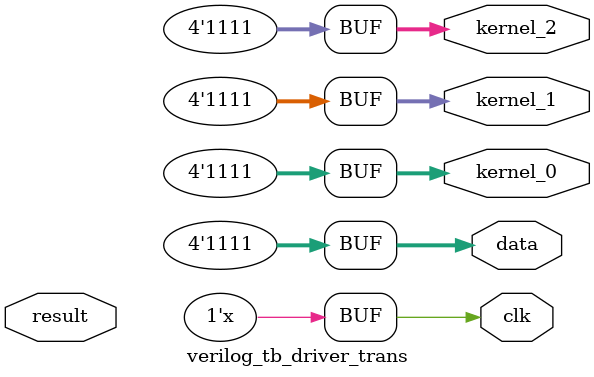
<source format=v>
`timescale 10us/1us

module verilog_tb_driver_trans ( clk, kernel_0, kernel_1, kernel_2, data, result );
	input [9:0] result;
	output [3:0] data;
	output [3:0] kernel_0;
	output [3:0] kernel_1;
	output [3:0] kernel_2;
	output clk;

	reg [3:0] kernel_0 = 4'b1111;
	reg [3:0] kernel_1 = 4'b1111;
	reg [3:0] kernel_2 = 4'b1111;
	reg [3:0] data = 4'b1111;
	reg clk = 0;

	always #1 clk = ~clk;

	

endmodule
</source>
